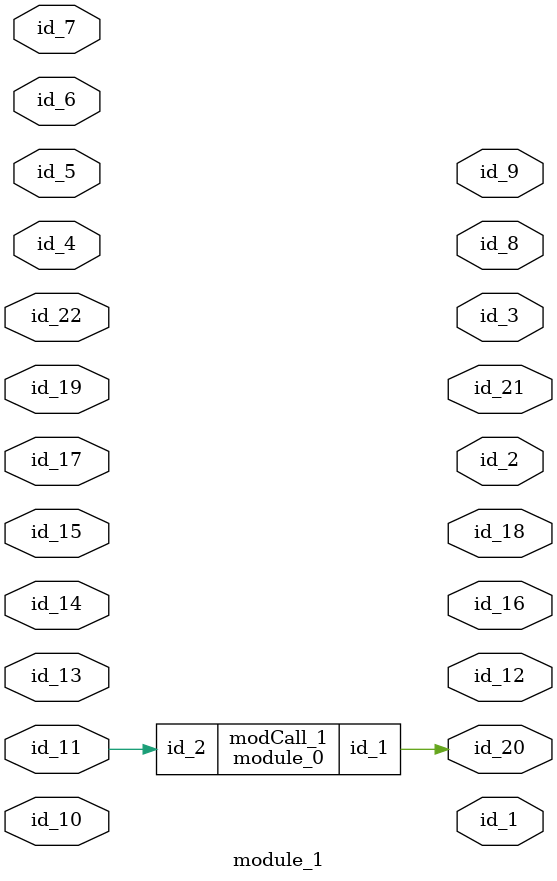
<source format=v>
module module_0 (
    id_1,
    id_2
);
  input wire id_2;
  output wire id_1;
  wire id_3;
endmodule
module module_1 (
    id_1,
    id_2,
    id_3,
    id_4,
    id_5,
    id_6,
    id_7,
    id_8,
    id_9,
    id_10,
    id_11,
    id_12,
    id_13,
    id_14,
    id_15,
    id_16,
    id_17,
    id_18,
    id_19,
    id_20,
    id_21,
    id_22
);
  inout wire id_22;
  output wire id_21;
  output wire id_20;
  inout wire id_19;
  output wire id_18;
  inout wire id_17;
  output wire id_16;
  input wire id_15;
  input wire id_14;
  inout wire id_13;
  output wire id_12;
  input wire id_11;
  input wire id_10;
  output wire id_9;
  output wire id_8;
  inout wire id_7;
  input wire id_6;
  inout wire id_5;
  input wire id_4;
  output wire id_3;
  output wire id_2;
  output wire id_1;
  module_0 modCall_1 (
      id_20,
      id_11
  );
endmodule

</source>
